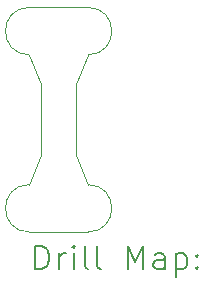
<source format=gbr>
%FSLAX45Y45*%
G04 Gerber Fmt 4.5, Leading zero omitted, Abs format (unit mm)*
G04 Created by KiCad (PCBNEW 6.0.1-79c1e3a40b~116~ubuntu20.04.1) date 2022-01-22 19:34:00*
%MOMM*%
%LPD*%
G01*
G04 APERTURE LIST*
%TA.AperFunction,Profile*%
%ADD10C,0.100000*%
%TD*%
%ADD11C,0.200000*%
G04 APERTURE END LIST*
D10*
X14900000Y-8550000D02*
X15000000Y-8800000D01*
X14900000Y-7950000D02*
X14900000Y-8550000D01*
X15000000Y-7700000D02*
X14900000Y-7950000D01*
X14600000Y-8550000D02*
X14500000Y-8800000D01*
X14600000Y-7950000D02*
X14600000Y-8550000D01*
X14500000Y-7700000D02*
X14600000Y-7950000D01*
X14500000Y-7300000D02*
X15000000Y-7300000D01*
X14500000Y-9200000D02*
X15000000Y-9200000D01*
X14500000Y-8800000D02*
G75*
G03*
X14500000Y-9200000I0J-200000D01*
G01*
X15000000Y-9200000D02*
G75*
G03*
X15000000Y-8800000I0J200000D01*
G01*
X15000000Y-7700000D02*
G75*
G03*
X15000000Y-7300000I0J200000D01*
G01*
X14500000Y-7300000D02*
G75*
G03*
X14500000Y-7700000I0J-200000D01*
G01*
D11*
X14552619Y-9515476D02*
X14552619Y-9315476D01*
X14600238Y-9315476D01*
X14628809Y-9325000D01*
X14647857Y-9344048D01*
X14657381Y-9363095D01*
X14666905Y-9401190D01*
X14666905Y-9429762D01*
X14657381Y-9467857D01*
X14647857Y-9486905D01*
X14628809Y-9505952D01*
X14600238Y-9515476D01*
X14552619Y-9515476D01*
X14752619Y-9515476D02*
X14752619Y-9382143D01*
X14752619Y-9420238D02*
X14762143Y-9401190D01*
X14771667Y-9391667D01*
X14790714Y-9382143D01*
X14809762Y-9382143D01*
X14876428Y-9515476D02*
X14876428Y-9382143D01*
X14876428Y-9315476D02*
X14866905Y-9325000D01*
X14876428Y-9334524D01*
X14885952Y-9325000D01*
X14876428Y-9315476D01*
X14876428Y-9334524D01*
X15000238Y-9515476D02*
X14981190Y-9505952D01*
X14971667Y-9486905D01*
X14971667Y-9315476D01*
X15105000Y-9515476D02*
X15085952Y-9505952D01*
X15076428Y-9486905D01*
X15076428Y-9315476D01*
X15333571Y-9515476D02*
X15333571Y-9315476D01*
X15400238Y-9458333D01*
X15466905Y-9315476D01*
X15466905Y-9515476D01*
X15647857Y-9515476D02*
X15647857Y-9410714D01*
X15638333Y-9391667D01*
X15619286Y-9382143D01*
X15581190Y-9382143D01*
X15562143Y-9391667D01*
X15647857Y-9505952D02*
X15628809Y-9515476D01*
X15581190Y-9515476D01*
X15562143Y-9505952D01*
X15552619Y-9486905D01*
X15552619Y-9467857D01*
X15562143Y-9448810D01*
X15581190Y-9439286D01*
X15628809Y-9439286D01*
X15647857Y-9429762D01*
X15743095Y-9382143D02*
X15743095Y-9582143D01*
X15743095Y-9391667D02*
X15762143Y-9382143D01*
X15800238Y-9382143D01*
X15819286Y-9391667D01*
X15828809Y-9401190D01*
X15838333Y-9420238D01*
X15838333Y-9477381D01*
X15828809Y-9496429D01*
X15819286Y-9505952D01*
X15800238Y-9515476D01*
X15762143Y-9515476D01*
X15743095Y-9505952D01*
X15924048Y-9496429D02*
X15933571Y-9505952D01*
X15924048Y-9515476D01*
X15914524Y-9505952D01*
X15924048Y-9496429D01*
X15924048Y-9515476D01*
X15924048Y-9391667D02*
X15933571Y-9401190D01*
X15924048Y-9410714D01*
X15914524Y-9401190D01*
X15924048Y-9391667D01*
X15924048Y-9410714D01*
M02*

</source>
